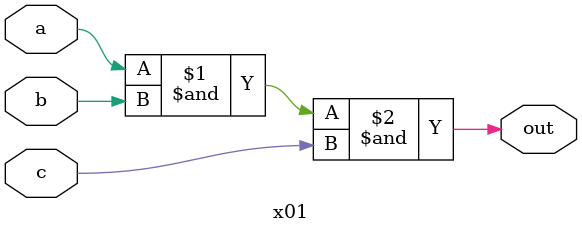
<source format=v>

module x01(output out, input a, b, c);
    and(out, a, b, c); 
endmodule
</source>
